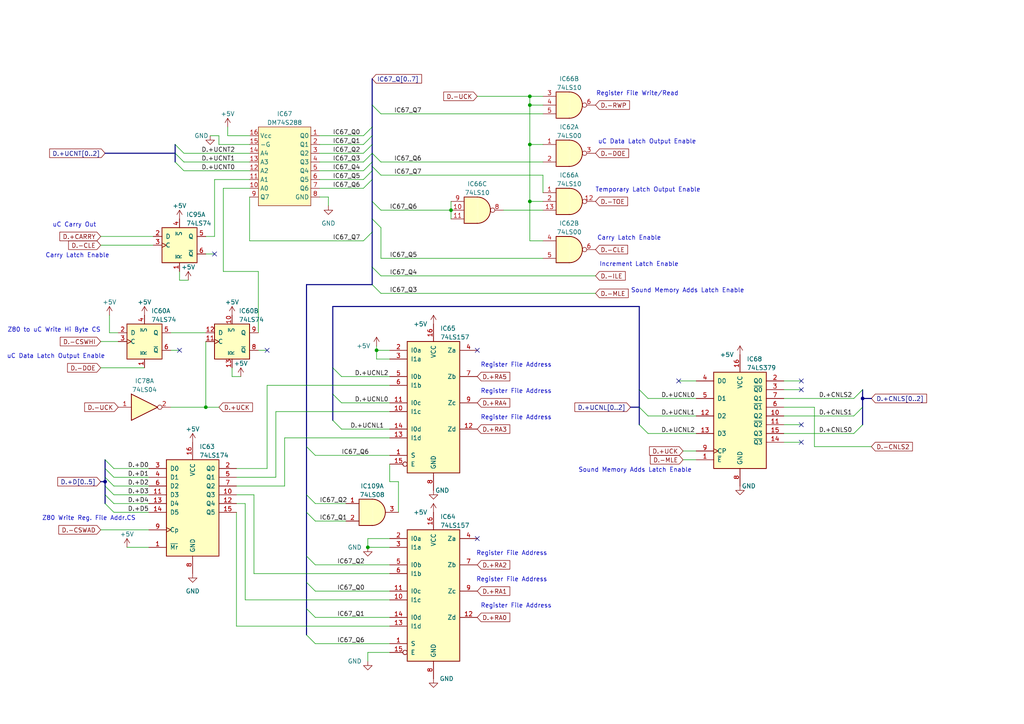
<source format=kicad_sch>
(kicad_sch (version 20230121) (generator eeschema)
  (paper "A4")
  (lib_symbols
    (symbol "74xx:74LS00" (pin_names (offset 1.016))
      (property "Reference" "U" (at 0 1.27 0))
      (property "Value" "74LS00" (at 0 -1.27 0))
      (symbol "74LS00_1_1"
        (arc (start 0 -3.81) (mid 3.7934 0) (end 0 3.81) (stroke (width 0.254)) (fill (type background)))
        (polyline (pts (xy 0 3.81) (xy -3.81 3.81) (xy -3.81 -3.81) (xy 0 -3.81)) (stroke (width 0.254)) (fill (type background)))
        (pin input line (at -7.62 2.54 0) (length 3.81) (name "~") (number "1"))
        (pin input line (at -7.62 -2.54 0) (length 3.81) (name "~") (number "2"))
        (pin output inverted (at 7.62 0 180) (length 3.81) (name "~") (number "3"))
      )
      (symbol "74LS00_1_2"
        (arc (start -3.81 -3.81) (mid -2.589 0) (end -3.81 3.81) (stroke (width 0.254)))
        (arc (start -0.6096 -3.81) (mid 2.1842 -2.5851) (end 3.81 0) (stroke (width 0.254)) (fill (type background)))
        (polyline (pts (xy -3.81 -3.81) (xy -0.635 -3.81)) (stroke (width 0.254)) (fill (type background)))
        (polyline (pts (xy -3.81 3.81) (xy -0.635 3.81)) (stroke (width 0.254)) (fill (type background)))
        (polyline (pts (xy -0.635 3.81) (xy -3.81 3.81) (xy -3.81 3.81) (xy -3.556 3.4036) (xy -3.0226 2.2606) (xy -2.6924 1.0414) (xy -2.6162 -0.254) (xy -2.7686 -1.4986) (xy -3.175 -2.7178) (xy -3.81 -3.81) (xy -3.81 -3.81) (xy -0.635 -3.81)) (stroke (width -25.4)) (fill (type background)))
        (arc (start 3.81 0) (mid 2.1915 2.5936) (end -0.6096 3.81) (stroke (width 0.254)) (fill (type background)))
        (pin input inverted (at -7.62 2.54 0) (length 4.318) (name "~") (number "1"))
        (pin input inverted (at -7.62 -2.54 0) (length 4.318) (name "~") (number "2"))
        (pin output line (at 7.62 0 180) (length 3.81) (name "~") (number "3"))
      )
      (symbol "74LS00_2_1"
        (arc (start 0 -3.81) (mid 3.7934 0) (end 0 3.81) (stroke (width 0.254)) (fill (type background)))
        (polyline (pts (xy 0 3.81) (xy -3.81 3.81) (xy -3.81 -3.81) (xy 0 -3.81)) (stroke (width 0.254)) (fill (type background)))
        (pin input line (at -7.62 2.54 0) (length 3.81) (name "~") (number "4"))
        (pin input line (at -7.62 -2.54 0) (length 3.81) (name "~") (number "5"))
        (pin output inverted (at 7.62 0 180) (length 3.81) (name "~") (number "6"))
      )
      (symbol "74LS00_2_2"
        (arc (start -3.81 -3.81) (mid -2.589 0) (end -3.81 3.81) (stroke (width 0.254)))
        (arc (start -0.6096 -3.81) (mid 2.1842 -2.5851) (end 3.81 0) (stroke (width 0.254)) (fill (type background)))
        (polyline (pts (xy -3.81 -3.81) (xy -0.635 -3.81)) (stroke (width 0.254)) (fill (type background)))
        (polyline (pts (xy -3.81 3.81) (xy -0.635 3.81)) (stroke (width 0.254)) (fill (type background)))
        (polyline (pts (xy -0.635 3.81) (xy -3.81 3.81) (xy -3.81 3.81) (xy -3.556 3.4036) (xy -3.0226 2.2606) (xy -2.6924 1.0414) (xy -2.6162 -0.254) (xy -2.7686 -1.4986) (xy -3.175 -2.7178) (xy -3.81 -3.81) (xy -3.81 -3.81) (xy -0.635 -3.81)) (stroke (width -25.4)) (fill (type background)))
        (arc (start 3.81 0) (mid 2.1915 2.5936) (end -0.6096 3.81) (stroke (width 0.254)) (fill (type background)))
        (pin input inverted (at -7.62 2.54 0) (length 4.318) (name "~") (number "4"))
        (pin input inverted (at -7.62 -2.54 0) (length 4.318) (name "~") (number "5"))
        (pin output line (at 7.62 0 180) (length 3.81) (name "~") (number "6"))
      )
      (symbol "74LS00_3_1"
        (arc (start 0 -3.81) (mid 3.7934 0) (end 0 3.81) (stroke (width 0.254)) (fill (type background)))
        (polyline (pts (xy 0 3.81) (xy -3.81 3.81) (xy -3.81 -3.81) (xy 0 -3.81)) (stroke (width 0.254)) (fill (type background)))
        (pin input line (at -7.62 -2.54 0) (length 3.81) (name "~") (number "10"))
        (pin output inverted (at 7.62 0 180) (length 3.81) (name "~") (number "8"))
        (pin input line (at -7.62 2.54 0) (length 3.81) (name "~") (number "9"))
      )
      (symbol "74LS00_3_2"
        (arc (start -3.81 -3.81) (mid -2.589 0) (end -3.81 3.81) (stroke (width 0.254)))
        (arc (start -0.6096 -3.81) (mid 2.1842 -2.5851) (end 3.81 0) (stroke (width 0.254)) (fill (type background)))
        (polyline (pts (xy -3.81 -3.81) (xy -0.635 -3.81)) (stroke (width 0.254)) (fill (type background)))
        (polyline (pts (xy -3.81 3.81) (xy -0.635 3.81)) (stroke (width 0.254)) (fill (type background)))
        (polyline (pts (xy -0.635 3.81) (xy -3.81 3.81) (xy -3.81 3.81) (xy -3.556 3.4036) (xy -3.0226 2.2606) (xy -2.6924 1.0414) (xy -2.6162 -0.254) (xy -2.7686 -1.4986) (xy -3.175 -2.7178) (xy -3.81 -3.81) (xy -3.81 -3.81) (xy -0.635 -3.81)) (stroke (width -25.4)) (fill (type background)))
        (arc (start 3.81 0) (mid 2.1915 2.5936) (end -0.6096 3.81) (stroke (width 0.254)) (fill (type background)))
        (pin input inverted (at -7.62 -2.54 0) (length 4.318) (name "~") (number "10"))
        (pin output line (at 7.62 0 180) (length 3.81) (name "~") (number "8"))
        (pin input inverted (at -7.62 2.54 0) (length 4.318) (name "~") (number "9"))
      )
      (symbol "74LS00_4_1"
        (arc (start 0 -3.81) (mid 3.7934 0) (end 0 3.81) (stroke (width 0.254)) (fill (type background)))
        (polyline (pts (xy 0 3.81) (xy -3.81 3.81) (xy -3.81 -3.81) (xy 0 -3.81)) (stroke (width 0.254)) (fill (type background)))
        (pin output inverted (at 7.62 0 180) (length 3.81) (name "~") (number "11"))
        (pin input line (at -7.62 2.54 0) (length 3.81) (name "~") (number "12"))
        (pin input line (at -7.62 -2.54 0) (length 3.81) (name "~") (number "13"))
      )
      (symbol "74LS00_4_2"
        (arc (start -3.81 -3.81) (mid -2.589 0) (end -3.81 3.81) (stroke (width 0.254)))
        (arc (start -0.6096 -3.81) (mid 2.1842 -2.5851) (end 3.81 0) (stroke (width 0.254)) (fill (type background)))
        (polyline (pts (xy -3.81 -3.81) (xy -0.635 -3.81)) (stroke (width 0.254)) (fill (type background)))
        (polyline (pts (xy -3.81 3.81) (xy -0.635 3.81)) (stroke (width 0.254)) (fill (type background)))
        (polyline (pts (xy -0.635 3.81) (xy -3.81 3.81) (xy -3.81 3.81) (xy -3.556 3.4036) (xy -3.0226 2.2606) (xy -2.6924 1.0414) (xy -2.6162 -0.254) (xy -2.7686 -1.4986) (xy -3.175 -2.7178) (xy -3.81 -3.81) (xy -3.81 -3.81) (xy -0.635 -3.81)) (stroke (width -25.4)) (fill (type background)))
        (arc (start 3.81 0) (mid 2.1915 2.5936) (end -0.6096 3.81) (stroke (width 0.254)) (fill (type background)))
        (pin output line (at 7.62 0 180) (length 3.81) (name "~") (number "11"))
        (pin input inverted (at -7.62 2.54 0) (length 4.318) (name "~") (number "12"))
        (pin input inverted (at -7.62 -2.54 0) (length 4.318) (name "~") (number "13"))
      )
      (symbol "74LS00_5_0"
        (pin power_in line (at 0 12.7 270) (length 5.08) (name "VCC") (number "14"))
        (pin power_in line (at 0 -12.7 90) (length 5.08) (name "GND") (number "7"))
      )
      (symbol "74LS00_5_1"
        (rectangle (start -5.08 7.62) (end 5.08 -7.62) (stroke (width 0.254)) (fill (type background)))
      )
    )
    (symbol "74xx:74LS04"
      (property "Reference" "U" (at 0 1.27 0))
      (property "Value" "74LS04" (at 0 -1.27 0))
      (symbol "74LS04_1_0"
        (polyline (pts (xy -3.81 3.81) (xy -3.81 -3.81) (xy 3.81 0) (xy -3.81 3.81)) (stroke (width 0.254)) (fill (type background)))
        (pin input line (at -7.62 0 0) (length 3.81) (name "~") (number "1"))
        (pin output inverted (at 7.62 0 180) (length 3.81) (name "~") (number "2"))
      )
      (symbol "74LS04_2_0"
        (polyline (pts (xy -3.81 3.81) (xy -3.81 -3.81) (xy 3.81 0) (xy -3.81 3.81)) (stroke (width 0.254)) (fill (type background)))
        (pin input line (at -7.62 0 0) (length 3.81) (name "~") (number "3"))
        (pin output inverted (at 7.62 0 180) (length 3.81) (name "~") (number "4"))
      )
      (symbol "74LS04_3_0"
        (polyline (pts (xy -3.81 3.81) (xy -3.81 -3.81) (xy 3.81 0) (xy -3.81 3.81)) (stroke (width 0.254)) (fill (type background)))
        (pin input line (at -7.62 0 0) (length 3.81) (name "~") (number "5"))
        (pin output inverted (at 7.62 0 180) (length 3.81) (name "~") (number "6"))
      )
      (symbol "74LS04_4_0"
        (polyline (pts (xy -3.81 3.81) (xy -3.81 -3.81) (xy 3.81 0) (xy -3.81 3.81)) (stroke (width 0.254)) (fill (type background)))
        (pin output inverted (at 7.62 0 180) (length 3.81) (name "~") (number "8"))
        (pin input line (at -7.62 0 0) (length 3.81) (name "~") (number "9"))
      )
      (symbol "74LS04_5_0"
        (polyline (pts (xy -3.81 3.81) (xy -3.81 -3.81) (xy 3.81 0) (xy -3.81 3.81)) (stroke (width 0.254)) (fill (type background)))
        (pin output inverted (at 7.62 0 180) (length 3.81) (name "~") (number "10"))
        (pin input line (at -7.62 0 0) (length 3.81) (name "~") (number "11"))
      )
      (symbol "74LS04_6_0"
        (polyline (pts (xy -3.81 3.81) (xy -3.81 -3.81) (xy 3.81 0) (xy -3.81 3.81)) (stroke (width 0.254)) (fill (type background)))
        (pin output inverted (at 7.62 0 180) (length 3.81) (name "~") (number "12"))
        (pin input line (at -7.62 0 0) (length 3.81) (name "~") (number "13"))
      )
      (symbol "74LS04_7_0"
        (pin power_in line (at 0 12.7 270) (length 5.08) (name "VCC") (number "14"))
        (pin power_in line (at 0 -12.7 90) (length 5.08) (name "GND") (number "7"))
      )
      (symbol "74LS04_7_1"
        (rectangle (start -5.08 7.62) (end 5.08 -7.62) (stroke (width 0.254)) (fill (type background)))
      )
    )
    (symbol "74xx:74LS08" (pin_names (offset 1.016))
      (property "Reference" "U" (at 0 1.27 0))
      (property "Value" "74LS08" (at 0 -1.27 0))
      (symbol "74LS08_1_1"
        (arc (start 0 -3.81) (mid 3.7934 0) (end 0 3.81) (stroke (width 0.254)) (fill (type background)))
        (polyline (pts (xy 0 3.81) (xy -3.81 3.81) (xy -3.81 -3.81) (xy 0 -3.81)) (stroke (width 0.254)) (fill (type background)))
        (pin input line (at -7.62 2.54 0) (length 3.81) (name "~") (number "1"))
        (pin input line (at -7.62 -2.54 0) (length 3.81) (name "~") (number "2"))
        (pin output line (at 7.62 0 180) (length 3.81) (name "~") (number "3"))
      )
      (symbol "74LS08_1_2"
        (arc (start -3.81 -3.81) (mid -2.589 0) (end -3.81 3.81) (stroke (width 0.254)))
        (arc (start -0.6096 -3.81) (mid 2.1842 -2.5851) (end 3.81 0) (stroke (width 0.254)) (fill (type background)))
        (polyline (pts (xy -3.81 -3.81) (xy -0.635 -3.81)) (stroke (width 0.254)) (fill (type background)))
        (polyline (pts (xy -3.81 3.81) (xy -0.635 3.81)) (stroke (width 0.254)) (fill (type background)))
        (polyline (pts (xy -0.635 3.81) (xy -3.81 3.81) (xy -3.81 3.81) (xy -3.556 3.4036) (xy -3.0226 2.2606) (xy -2.6924 1.0414) (xy -2.6162 -0.254) (xy -2.7686 -1.4986) (xy -3.175 -2.7178) (xy -3.81 -3.81) (xy -3.81 -3.81) (xy -0.635 -3.81)) (stroke (width -25.4)) (fill (type background)))
        (arc (start 3.81 0) (mid 2.1915 2.5936) (end -0.6096 3.81) (stroke (width 0.254)) (fill (type background)))
        (pin input inverted (at -7.62 2.54 0) (length 4.318) (name "~") (number "1"))
        (pin input inverted (at -7.62 -2.54 0) (length 4.318) (name "~") (number "2"))
        (pin output inverted (at 7.62 0 180) (length 3.81) (name "~") (number "3"))
      )
      (symbol "74LS08_2_1"
        (arc (start 0 -3.81) (mid 3.7934 0) (end 0 3.81) (stroke (width 0.254)) (fill (type background)))
        (polyline (pts (xy 0 3.81) (xy -3.81 3.81) (xy -3.81 -3.81) (xy 0 -3.81)) (stroke (width 0.254)) (fill (type background)))
        (pin input line (at -7.62 2.54 0) (length 3.81) (name "~") (number "4"))
        (pin input line (at -7.62 -2.54 0) (length 3.81) (name "~") (number "5"))
        (pin output line (at 7.62 0 180) (length 3.81) (name "~") (number "6"))
      )
      (symbol "74LS08_2_2"
        (arc (start -3.81 -3.81) (mid -2.589 0) (end -3.81 3.81) (stroke (width 0.254)))
        (arc (start -0.6096 -3.81) (mid 2.1842 -2.5851) (end 3.81 0) (stroke (width 0.254)) (fill (type background)))
        (polyline (pts (xy -3.81 -3.81) (xy -0.635 -3.81)) (stroke (width 0.254)) (fill (type background)))
        (polyline (pts (xy -3.81 3.81) (xy -0.635 3.81)) (stroke (width 0.254)) (fill (type background)))
        (polyline (pts (xy -0.635 3.81) (xy -3.81 3.81) (xy -3.81 3.81) (xy -3.556 3.4036) (xy -3.0226 2.2606) (xy -2.6924 1.0414) (xy -2.6162 -0.254) (xy -2.7686 -1.4986) (xy -3.175 -2.7178) (xy -3.81 -3.81) (xy -3.81 -3.81) (xy -0.635 -3.81)) (stroke (width -25.4)) (fill (type background)))
        (arc (start 3.81 0) (mid 2.1915 2.5936) (end -0.6096 3.81) (stroke (width 0.254)) (fill (type background)))
        (pin input inverted (at -7.62 2.54 0) (length 4.318) (name "~") (number "4"))
        (pin input inverted (at -7.62 -2.54 0) (length 4.318) (name "~") (number "5"))
        (pin output inverted (at 7.62 0 180) (length 3.81) (name "~") (number "6"))
      )
      (symbol "74LS08_3_1"
        (arc (start 0 -3.81) (mid 3.7934 0) (end 0 3.81) (stroke (width 0.254)) (fill (type background)))
        (polyline (pts (xy 0 3.81) (xy -3.81 3.81) (xy -3.81 -3.81) (xy 0 -3.81)) (stroke (width 0.254)) (fill (type background)))
        (pin input line (at -7.62 -2.54 0) (length 3.81) (name "~") (number "10"))
        (pin output line (at 7.62 0 180) (length 3.81) (name "~") (number "8"))
        (pin input line (at -7.62 2.54 0) (length 3.81) (name "~") (number "9"))
      )
      (symbol "74LS08_3_2"
        (arc (start -3.81 -3.81) (mid -2.589 0) (end -3.81 3.81) (stroke (width 0.254)))
        (arc (start -0.6096 -3.81) (mid 2.1842 -2.5851) (end 3.81 0) (stroke (width 0.254)) (fill (type background)))
        (polyline (pts (xy -3.81 -3.81) (xy -0.635 -3.81)) (stroke (width 0.254)) (fill (type background)))
        (polyline (pts (xy -3.81 3.81) (xy -0.635 3.81)) (stroke (width 0.254)) (fill (type background)))
        (polyline (pts (xy -0.635 3.81) (xy -3.81 3.81) (xy -3.81 3.81) (xy -3.556 3.4036) (xy -3.0226 2.2606) (xy -2.6924 1.0414) (xy -2.6162 -0.254) (xy -2.7686 -1.4986) (xy -3.175 -2.7178) (xy -3.81 -3.81) (xy -3.81 -3.81) (xy -0.635 -3.81)) (stroke (width -25.4)) (fill (type background)))
        (arc (start 3.81 0) (mid 2.1915 2.5936) (end -0.6096 3.81) (stroke (width 0.254)) (fill (type background)))
        (pin input inverted (at -7.62 -2.54 0) (length 4.318) (name "~") (number "10"))
        (pin output inverted (at 7.62 0 180) (length 3.81) (name "~") (number "8"))
        (pin input inverted (at -7.62 2.54 0) (length 4.318) (name "~") (number "9"))
      )
      (symbol "74LS08_4_1"
        (arc (start 0 -3.81) (mid 3.7934 0) (end 0 3.81) (stroke (width 0.254)) (fill (type background)))
        (polyline (pts (xy 0 3.81) (xy -3.81 3.81) (xy -3.81 -3.81) (xy 0 -3.81)) (stroke (width 0.254)) (fill (type background)))
        (pin output line (at 7.62 0 180) (length 3.81) (name "~") (number "11"))
        (pin input line (at -7.62 2.54 0) (length 3.81) (name "~") (number "12"))
        (pin input line (at -7.62 -2.54 0) (length 3.81) (name "~") (number "13"))
      )
      (symbol "74LS08_4_2"
        (arc (start -3.81 -3.81) (mid -2.589 0) (end -3.81 3.81) (stroke (width 0.254)))
        (arc (start -0.6096 -3.81) (mid 2.1842 -2.5851) (end 3.81 0) (stroke (width 0.254)) (fill (type background)))
        (polyline (pts (xy -3.81 -3.81) (xy -0.635 -3.81)) (stroke (width 0.254)) (fill (type background)))
        (polyline (pts (xy -3.81 3.81) (xy -0.635 3.81)) (stroke (width 0.254)) (fill (type background)))
        (polyline (pts (xy -0.635 3.81) (xy -3.81 3.81) (xy -3.81 3.81) (xy -3.556 3.4036) (xy -3.0226 2.2606) (xy -2.6924 1.0414) (xy -2.6162 -0.254) (xy -2.7686 -1.4986) (xy -3.175 -2.7178) (xy -3.81 -3.81) (xy -3.81 -3.81) (xy -0.635 -3.81)) (stroke (width -25.4)) (fill (type background)))
        (arc (start 3.81 0) (mid 2.1915 2.5936) (end -0.6096 3.81) (stroke (width 0.254)) (fill (type background)))
        (pin output inverted (at 7.62 0 180) (length 3.81) (name "~") (number "11"))
        (pin input inverted (at -7.62 2.54 0) (length 4.318) (name "~") (number "12"))
        (pin input inverted (at -7.62 -2.54 0) (length 4.318) (name "~") (number "13"))
      )
      (symbol "74LS08_5_0"
        (pin power_in line (at 0 12.7 270) (length 5.08) (name "VCC") (number "14"))
        (pin power_in line (at 0 -12.7 90) (length 5.08) (name "GND") (number "7"))
      )
      (symbol "74LS08_5_1"
        (rectangle (start -5.08 7.62) (end 5.08 -7.62) (stroke (width 0.254)) (fill (type background)))
      )
    )
    (symbol "74xx:74LS10" (pin_names (offset 1.016))
      (property "Reference" "U" (at 0 1.27 0))
      (property "Value" "74LS10" (at 0 -1.27 0))
      (symbol "74LS10_1_1"
        (arc (start 0 -3.81) (mid 3.7934 0) (end 0 3.81) (stroke (width 0.254)) (fill (type background)))
        (polyline (pts (xy 0 3.81) (xy -3.81 3.81) (xy -3.81 -3.81) (xy 0 -3.81)) (stroke (width 0.254)) (fill (type background)))
        (pin input line (at -7.62 2.54 0) (length 3.81) (name "~") (number "1"))
        (pin output inverted (at 7.62 0 180) (length 3.81) (name "~") (number "12"))
        (pin input line (at -7.62 -2.54 0) (length 3.81) (name "~") (number "13"))
        (pin input line (at -7.62 0 0) (length 3.81) (name "~") (number "2"))
      )
      (symbol "74LS10_1_2"
        (arc (start -3.81 -3.81) (mid -2.589 0) (end -3.81 3.81) (stroke (width 0.254)))
        (arc (start -0.6096 -3.81) (mid 2.1842 -2.5851) (end 3.81 0) (stroke (width 0.254)) (fill (type background)))
        (polyline (pts (xy -3.81 -3.81) (xy -0.635 -3.81)) (stroke (width 0.254)) (fill (type background)))
        (polyline (pts (xy -3.81 3.81) (xy -0.635 3.81)) (stroke (width 0.254)) (fill (type background)))
        (polyline (pts (xy -0.635 3.81) (xy -3.81 3.81) (xy -3.81 3.81) (xy -3.556 3.4036) (xy -3.0226 2.2606) (xy -2.6924 1.0414) (xy -2.6162 -0.254) (xy -2.7686 -1.4986) (xy -3.175 -2.7178) (xy -3.81 -3.81) (xy -3.81 -3.81) (xy -0.635 -3.81)) (stroke (width -25.4)) (fill (type background)))
        (arc (start 3.81 0) (mid 2.1915 2.5936) (end -0.6096 3.81) (stroke (width 0.254)) (fill (type background)))
        (pin input inverted (at -7.62 2.54 0) (length 4.318) (name "~") (number "1"))
        (pin output line (at 7.62 0 180) (length 3.81) (name "~") (number "12"))
        (pin input inverted (at -7.62 -2.54 0) (length 4.318) (name "~") (number "13"))
        (pin input inverted (at -7.62 0 0) (length 4.953) (name "~") (number "2"))
      )
      (symbol "74LS10_2_1"
        (arc (start 0 -3.81) (mid 3.7934 0) (end 0 3.81) (stroke (width 0.254)) (fill (type background)))
        (polyline (pts (xy 0 3.81) (xy -3.81 3.81) (xy -3.81 -3.81) (xy 0 -3.81)) (stroke (width 0.254)) (fill (type background)))
        (pin input line (at -7.62 2.54 0) (length 3.81) (name "~") (number "3"))
        (pin input line (at -7.62 0 0) (length 3.81) (name "~") (number "4"))
        (pin input line (at -7.62 -2.54 0) (length 3.81) (name "~") (number "5"))
        (pin output inverted (at 7.62 0 180) (length 3.81) (name "~") (number "6"))
      )
      (symbol "74LS10_2_2"
        (arc (start -3.81 -3.81) (mid -2.589 0) (end -3.81 3.81) (stroke (width 0.254)))
        (arc (start -0.6096 -3.81) (mid 2.1842 -2.5851) (end 3.81 0) (stroke (width 0.254)) (fill (type background)))
        (polyline (pts (xy -3.81 -3.81) (xy -0.635 -3.81)) (stroke (width 0.254)) (fill (type background)))
        (polyline (pts (xy -3.81 3.81) (xy -0.635 3.81)) (stroke (width 0.254)) (fill (type background)))
        (polyline (pts (xy -0.635 3.81) (xy -3.81 3.81) (xy -3.81 3.81) (xy -3.556 3.4036) (xy -3.0226 2.2606) (xy -2.6924 1.0414) (xy -2.6162 -0.254) (xy -2.7686 -1.4986) (xy -3.175 -2.7178) (xy -3.81 -3.81) (xy -3.81 -3.81) (xy -0.635 -3.81)) (stroke (width -25.4)) (fill (type background)))
        (arc (start 3.81 0) (mid 2.1915 2.5936) (end -0.6096 3.81) (stroke (width 0.254)) (fill (type background)))
        (pin input inverted (at -7.62 2.54 0) (length 4.318) (name "~") (number "3"))
        (pin input inverted (at -7.62 0 0) (length 4.953) (name "~") (number "4"))
        (pin input inverted (at -7.62 -2.54 0) (length 4.318) (name "~") (number "5"))
        (pin output line (at 7.62 0 180) (length 3.81) (name "~") (number "6"))
      )
      (symbol "74LS10_3_1"
        (arc (start 0 -3.81) (mid 3.7934 0) (end 0 3.81) (stroke (width 0.254)) (fill (type background)))
        (polyline (pts (xy 0 3.81) (xy -3.81 3.81) (xy -3.81 -3.81) (xy 0 -3.81)) (stroke (width 0.254)) (fill (type background)))
        (pin input line (at -7.62 0 0) (length 3.81) (name "~") (number "10"))
        (pin input line (at -7.62 -2.54 0) (length 3.81) (name "~") (number "11"))
        (pin output inverted (at 7.62 0 180) (length 3.81) (name "~") (number "8"))
        (pin input line (at -7.62 2.54 0) (length 3.81) (name "~") (number "9"))
      )
      (symbol "74LS10_3_2"
        (arc (start -3.81 -3.81) (mid -2.589 0) (end -3.81 3.81) (stroke (width 0.254)))
        (arc (start -0.6096 -3.81) (mid 2.1842 -2.5851) (end 3.81 0) (stroke (width 0.254)) (fill (type background)))
        (polyline (pts (xy -3.81 -3.81) (xy -0.635 -3.81)) (stroke (width 0.254)) (fill (type background)))
        (polyline (pts (xy -3.81 3.81) (xy -0.635 3.81)) (stroke (width 0.254)) (fill (type background)))
        (polyline (pts (xy -0.635 3.81) (xy -3.81 3.81) (xy -3.81 3.81) (xy -3.556 3.4036) (xy -3.0226 2.2606) (xy -2.6924 1.0414) (xy -2.6162 -0.254) (xy -2.7686 -1.4986) (xy -3.175 -2.7178) (xy -3.81 -3.81) (xy -3.81 -3.81) (xy -0.635 -3.81)) (stroke (width -25.4)) (fill (type background)))
        (arc (start 3.81 0) (mid 2.1915 2.5936) (end -0.6096 3.81) (stroke (width 0.254)) (fill (type background)))
        (pin input inverted (at -7.62 0 0) (length 4.953) (name "~") (number "10"))
        (pin input inverted (at -7.62 -2.54 0) (length 4.318) (name "~") (number "11"))
        (pin output line (at 7.62 0 180) (length 3.81) (name "~") (number "8"))
        (pin input inverted (at -7.62 2.54 0) (length 4.318) (name "~") (number "9"))
      )
      (symbol "74LS10_4_0"
        (pin power_in line (at 0 12.7 270) (length 5.08) (name "VCC") (number "14"))
        (pin power_in line (at 0 -12.7 90) (length 5.08) (name "GND") (number "7"))
      )
      (symbol "74LS10_4_1"
        (rectangle (start -5.08 7.62) (end 5.08 -7.62) (stroke (width 0.254)) (fill (type background)))
      )
    )
    (symbol "74xx:74LS157" (pin_names (offset 1.016))
      (property "Reference" "U" (at -7.62 19.05 0))
      (property "Value" "74LS157" (at -7.62 -21.59 0))
      (symbol "74LS157_1_0"
        (pin input line (at -12.7 -15.24 0) (length 5.08) (name "S") (number "1"))
        (pin input line (at -12.7 -2.54 0) (length 5.08) (name "I1c") (number "10"))
        (pin input line (at -12.7 0 0) (length 5.08) (name "I0c") (number "11"))
        (pin output line (at 12.7 -7.62 180) (length 5.08) (name "Zd") (number "12"))
        (pin input line (at -12.7 -10.16 0) (length 5.08) (name "I1d") (number "13"))
        (pin input line (at -12.7 -7.62 0) (length 5.08) (name "I0d") (number "14"))
        (pin input inverted (at -12.7 -17.78 0) (length 5.08) (name "E") (number "15"))
        (pin power_in line (at 0 22.86 270) (length 5.08) (name "VCC") (number "16"))
        (pin input line (at -12.7 15.24 0) (length 5.08) (name "I0a") (number "2"))
        (pin input line (at -12.7 12.7 0) (length 5.08) (name "I1a") (number "3"))
        (pin output line (at 12.7 15.24 180) (length 5.08) (name "Za") (number "4"))
        (pin input line (at -12.7 7.62 0) (length 5.08) (name "I0b") (number "5"))
        (pin input line (at -12.7 5.08 0) (length 5.08) (name "I1b") (number "6"))
        (pin output line (at 12.7 7.62 180) (length 5.08) (name "Zb") (number "7"))
        (pin power_in line (at 0 -25.4 90) (length 5.08) (name "GND") (number "8"))
        (pin output line (at 12.7 0 180) (length 5.08) (name "Zc") (number "9"))
      )
      (symbol "74LS157_1_1"
        (rectangle (start -7.62 17.78) (end 7.62 -20.32) (stroke (width 0.254)) (fill (type background)))
      )
    )
    (symbol "74xx:74LS174" (pin_names (offset 1.016))
      (property "Reference" "U" (at -7.62 13.97 0))
      (property "Value" "74LS174" (at -7.62 -16.51 0))
      (symbol "74LS174_1_0"
        (pin input line (at -12.7 -12.7 0) (length 5.08) (name "~{Mr}") (number "1"))
        (pin output line (at 12.7 2.54 180) (length 5.08) (name "Q3") (number "10"))
        (pin input line (at -12.7 2.54 0) (length 5.08) (name "D3") (number "11"))
        (pin output line (at 12.7 0 180) (length 5.08) (name "Q4") (number "12"))
        (pin input line (at -12.7 0 0) (length 5.08) (name "D4") (number "13"))
        (pin input line (at -12.7 -2.54 0) (length 5.08) (name "D5") (number "14"))
        (pin output line (at 12.7 -2.54 180) (length 5.08) (name "Q5") (number "15"))
        (pin power_in line (at 0 17.78 270) (length 5.08) (name "VCC") (number "16"))
        (pin output line (at 12.7 10.16 180) (length 5.08) (name "Q0") (number "2"))
        (pin input line (at -12.7 10.16 0) (length 5.08) (name "D0") (number "3"))
        (pin input line (at -12.7 7.62 0) (length 5.08) (name "D1") (number "4"))
        (pin output line (at 12.7 7.62 180) (length 5.08) (name "Q1") (number "5"))
        (pin input line (at -12.7 5.08 0) (length 5.08) (name "D2") (number "6"))
        (pin output line (at 12.7 5.08 180) (length 5.08) (name "Q2") (number "7"))
        (pin power_in line (at 0 -20.32 90) (length 5.08) (name "GND") (number "8"))
        (pin input clock (at -12.7 -7.62 0) (length 5.08) (name "Cp") (number "9"))
      )
      (symbol "74LS174_1_1"
        (rectangle (start -7.62 12.7) (end 7.62 -15.24) (stroke (width 0.254)) (fill (type background)))
      )
    )
    (symbol "74xx:74LS379" (pin_names (offset 1.016))
      (property "Reference" "U" (at -7.62 13.97 0))
      (property "Value" "74LS379" (at -7.62 -16.51 0))
      (symbol "74LS379_1_0"
        (pin input line (at -12.7 -12.7 0) (length 5.08) (name "~{E}") (number "1"))
        (pin output line (at 12.7 0 180) (length 5.08) (name "Q2") (number "10"))
        (pin output line (at 12.7 -2.54 180) (length 5.08) (name "~{Q2}") (number "11"))
        (pin input line (at -12.7 0 0) (length 5.08) (name "D2") (number "12"))
        (pin input line (at -12.7 -5.08 0) (length 5.08) (name "D3") (number "13"))
        (pin output line (at 12.7 -7.62 180) (length 5.08) (name "~{Q3}") (number "14"))
        (pin output line (at 12.7 -5.08 180) (length 5.08) (name "Q3") (number "15"))
        (pin power_in line (at 0 17.78 270) (length 5.08) (name "VCC") (number "16"))
        (pin output line (at 12.7 10.16 180) (length 5.08) (name "Q0") (number "2"))
        (pin output line (at 12.7 7.62 180) (length 5.08) (name "~{Q0}") (number "3"))
        (pin input line (at -12.7 10.16 0) (length 5.08) (name "D0") (number "4"))
        (pin input line (at -12.7 5.08 0) (length 5.08) (name "D1") (number "5"))
        (pin output line (at 12.7 2.54 180) (length 5.08) (name "~{Q1}") (number "6"))
        (pin output line (at 12.7 5.08 180) (length 5.08) (name "Q1") (number "7"))
        (pin power_in line (at 0 -20.32 90) (length 5.08) (name "GND") (number "8"))
        (pin input clock (at -12.7 -10.16 0) (length 5.08) (name "CP") (number "9"))
      )
      (symbol "74LS379_1_1"
        (rectangle (start -7.62 12.7) (end 7.62 -15.24) (stroke (width 0.254)) (fill (type background)))
      )
    )
    (symbol "74xx:74LS74" (pin_names (offset 1.016))
      (property "Reference" "U" (at -7.62 8.89 0))
      (property "Value" "74LS74" (at -7.62 -8.89 0))
      (symbol "74LS74_1_0"
        (pin input line (at 0 -7.62 90) (length 2.54) (name "~{R}") (number "1"))
        (pin input line (at -7.62 2.54 0) (length 2.54) (name "D") (number "2"))
        (pin input clock (at -7.62 0 0) (length 2.54) (name "C") (number "3"))
        (pin input line (at 0 7.62 270) (length 2.54) (name "~{S}") (number "4"))
        (pin output line (at 7.62 2.54 180) (length 2.54) (name "Q") (number "5"))
        (pin output line (at 7.62 -2.54 180) (length 2.54) (name "~{Q}") (number "6"))
      )
      (symbol "74LS74_1_1"
        (rectangle (start -5.08 5.08) (end 5.08 -5.08) (stroke (width 0.254)) (fill (type background)))
      )
      (symbol "74LS74_2_0"
        (pin input line (at 0 7.62 270) (length 2.54) (name "~{S}") (number "10"))
        (pin input clock (at -7.62 0 0) (length 2.54) (name "C") (number "11"))
        (pin input line (at -7.62 2.54 0) (length 2.54) (name "D") (number "12"))
        (pin input line (at 0 -7.62 90) (length 2.54) (name "~{R}") (number "13"))
        (pin output line (at 7.62 -2.54 180) (length 2.54) (name "~{Q}") (number "8"))
        (pin output line (at 7.62 2.54 180) (length 2.54) (name "Q") (number "9"))
      )
      (symbol "74LS74_2_1"
        (rectangle (start -5.08 5.08) (end 5.08 -5.08) (stroke (width 0.254)) (fill (type background)))
      )
      (symbol "74LS74_3_0"
        (pin power_in line (at 0 10.16 270) (length 2.54) (name "VCC") (number "14"))
        (pin power_in line (at 0 -10.16 90) (length 2.54) (name "GND") (number "7"))
      )
      (symbol "74LS74_3_1"
        (rectangle (start -5.08 7.62) (end 5.08 -7.62) (stroke (width 0.254)) (fill (type background)))
      )
    )
    (symbol "SamacSys_Parts:DM74S288"
      (property "Reference" "IC" (at -3.81 2.54 0))
      (property "Value" "DM74S288" (at 0 0 0))
      (symbol "DM74S288_1_1"
        (rectangle (start -7.62 -2.54) (end 7.62 -25.4) (fill (type background)))
        (pin output line (at -10.16 -5.08 0) (length 2.54) (name "Q0") (number "1"))
        (pin input line (at 10.16 -20.32 180) (length 2.54) (name "A0") (number "10"))
        (pin input line (at 10.16 -17.78 180) (length 2.54) (name "A1") (number "11"))
        (pin input line (at 10.16 -15.24 180) (length 2.54) (name "A2") (number "12"))
        (pin input line (at 10.16 -12.7 180) (length 2.54) (name "A3") (number "13"))
        (pin input line (at 10.16 -10.16 180) (length 2.54) (name "A4") (number "14"))
        (pin input line (at 10.16 -7.62 180) (length 2.54) (name "-G") (number "15"))
        (pin power_in line (at 10.16 -5.08 180) (length 2.54) (name "Vcc") (number "16"))
        (pin output line (at -10.16 -7.62 0) (length 2.54) (name "Q1") (number "2"))
        (pin output line (at -10.16 -10.16 0) (length 2.54) (name "Q2") (number "3"))
        (pin output line (at -10.16 -12.7 0) (length 2.54) (name "Q3") (number "4"))
        (pin output line (at -10.16 -15.24 0) (length 2.54) (name "Q4") (number "5"))
        (pin output line (at -10.16 -17.78 0) (length 2.54) (name "Q5") (number "6"))
        (pin output line (at -10.16 -20.32 0) (length 2.54) (name "Q6") (number "7"))
        (pin power_in line (at -10.16 -22.86 0) (length 2.54) (name "GND") (number "8"))
        (pin output line (at 10.16 -22.86 180) (length 2.54) (name "Q7") (number "9"))
      )
    )
    (symbol "power:+5V" (power) (pin_names (offset 0))
      (property "Value" "+5V" (at 0 3.556 0))
      (symbol "+5V_0_1"
        (polyline (pts (xy -0.762 1.27) (xy 0 2.54)))
        (polyline (pts (xy 0 0) (xy 0 2.54)))
        (polyline (pts (xy 0 2.54) (xy 0.762 1.27)))
      )
      (symbol "+5V_1_1"
        (pin power_in line (at 0 0 90) (length 0) hide (name "+5V") (number "1"))
      )
    )
    (symbol "power:GND" (power) (pin_names (offset 0))
      (property "Value" "GND" (at 0 -3.81 0))
      (symbol "GND_0_1"
        (polyline (pts (xy 0 0) (xy 0 -1.27) (xy 1.27 -1.27) (xy 0 -2.54) (xy -1.27 -1.27) (xy 0 -1.27)))
      )
      (symbol "GND_1_1"
        (pin power_in line (at 0 0 270) (length 0) hide (name "GND") (number "1"))
      )
    )
  )
  (junction (at 106.68 158.75))
  (junction (at 250.19 115.57))
  (junction (at 153.67 58.42))
  (junction (at 153.67 27.94))
  (junction (at 109.22 101.6))
  (junction (at 153.67 30.48))
  (junction (at 130.81 60.96))
  (junction (at 30.48 139.7))
  (junction (at 59.69 118.11))
  (junction (at 153.67 41.91))
  (no_connect (at 62.23 73.66))
  (no_connect (at 232.41 123.19))
  (no_connect (at 196.85 110.49))
  (no_connect (at 138.43 101.6))
  (no_connect (at 232.41 128.27))
  (no_connect (at 232.41 110.49))
  (no_connect (at 77.47 101.6))
  (no_connect (at 52.07 101.6))
  (no_connect (at 138.43 156.21))
  (no_connect (at 232.41 113.03))
  (bus_entry (at 88.9 143.51) (size 2.54 2.54))
  (bus_entry (at 50.8 44.45) (size 2.54 2.54))
  (bus_entry (at 185.42 118.11) (size 2.54 2.54))
  (bus_entry (at 107.95 36.83) (size -2.54 2.54))
  (bus_entry (at 250.19 113.03) (size -2.54 2.54))
  (bus_entry (at 107.95 49.53) (size -2.54 2.54))
  (bus_entry (at 185.42 123.19) (size 2.54 2.54))
  (bus_entry (at 88.9 176.53) (size 2.54 2.54))
  (bus_entry (at 88.9 184.15) (size 2.54 2.54))
  (bus_entry (at 30.48 138.43) (size 2.54 2.54))
  (bus_entry (at 107.95 46.99) (size -2.54 2.54))
  (bus_entry (at 110.49 66.04) (size -2.54 -2.54))
  (bus_entry (at 88.9 148.59) (size 2.54 2.54))
  (bus_entry (at 50.8 46.99) (size 2.54 2.54))
  (bus_entry (at 96.52 106.68) (size 2.54 2.54))
  (bus_entry (at 96.52 121.92) (size 2.54 2.54))
  (bus_entry (at 107.95 67.31) (size -2.54 2.54))
  (bus_entry (at 50.8 41.91) (size 2.54 2.54))
  (bus_entry (at 107.95 77.47) (size 2.54 2.54))
  (bus_entry (at 110.49 60.96) (size -2.54 -2.54))
  (bus_entry (at 250.19 123.19) (size -2.54 2.54))
  (bus_entry (at 110.49 46.99) (size -2.54 -2.54))
  (bus_entry (at 96.52 114.3) (size 2.54 2.54))
  (bus_entry (at 30.48 133.35) (size 2.54 2.54))
  (bus_entry (at 185.42 113.03) (size 2.54 2.54))
  (bus_entry (at 88.9 168.91) (size 2.54 2.54))
  (bus_entry (at 30.48 135.89) (size 2.54 2.54))
  (bus_entry (at 107.95 82.55) (size 2.54 2.54))
  (bus_entry (at 107.95 41.91) (size -2.54 2.54))
  (bus_entry (at 107.95 39.37) (size -2.54 2.54))
  (bus_entry (at 88.9 161.29) (size 2.54 2.54))
  (bus_entry (at 88.9 129.54) (size 2.54 2.54))
  (bus_entry (at 107.95 44.45) (size -2.54 2.54))
  (bus_entry (at 30.48 140.97) (size 2.54 2.54))
  (bus_entry (at 107.95 48.26) (size 2.54 2.54))
  (bus_entry (at 107.95 52.07) (size -2.54 2.54))
  (bus_entry (at 30.48 143.51) (size 2.54 2.54))
  (bus_entry (at 250.19 118.11) (size -2.54 2.54))
  (bus_entry (at 107.95 30.48) (size 2.54 2.54))
  (bus_entry (at 30.48 146.05) (size 2.54 2.54))
  (wire (pts (xy 236.22 118.11) (xy 227.33 118.11)))
  (wire (pts (xy 252.73 129.54) (xy 236.22 129.54)))
  (wire (pts (xy 60.96 39.37) (xy 63.5 39.37)))
  (wire (pts (xy 64.77 54.61) (xy 72.39 54.61)))
  (wire (pts (xy 153.67 30.48) (xy 157.48 30.48)))
  (bus (pts (xy 250.19 118.11) (xy 250.19 123.19)))
  (wire (pts (xy 33.02 140.97) (xy 43.18 140.97)))
  (wire (pts (xy 71.12 146.05) (xy 68.58 146.05)))
  (wire (pts (xy 99.06 124.46) (xy 113.03 124.46)))
  (wire (pts (xy 113.03 139.7) (xy 113.03 134.62)))
  (wire (pts (xy 68.58 138.43) (xy 80.01 138.43)))
  (bus (pts (xy 88.9 148.59) (xy 88.9 161.29)))
  (bus (pts (xy 30.48 140.97) (xy 30.48 143.51)))
  (bus (pts (xy 30.48 133.35) (xy 30.48 135.89)))
  (wire (pts (xy 91.44 151.13) (xy 100.33 151.13)))
  (wire (pts (xy 82.55 127) (xy 113.03 127)))
  (bus (pts (xy 88.9 168.91) (xy 88.9 176.53)))
  (bus (pts (xy 96.52 88.9) (xy 96.52 106.68)))
  (wire (pts (xy 106.68 189.23) (xy 106.68 191.77)))
  (wire (pts (xy 227.33 125.73) (xy 247.65 125.73)))
  (wire (pts (xy 92.71 49.53) (xy 105.41 49.53)))
  (wire (pts (xy 95.25 57.15) (xy 95.25 59.69)))
  (wire (pts (xy 157.48 58.42) (xy 153.67 58.42)))
  (wire (pts (xy 227.33 110.49) (xy 232.41 110.49)))
  (bus (pts (xy 30.48 138.43) (xy 30.48 139.7)))
  (wire (pts (xy 91.44 163.83) (xy 113.03 163.83)))
  (wire (pts (xy 236.22 129.54) (xy 236.22 118.11)))
  (wire (pts (xy 64.77 54.61) (xy 64.77 78.74)))
  (wire (pts (xy 80.01 119.38) (xy 113.03 119.38)))
  (bus (pts (xy 107.95 46.99) (xy 107.95 48.26)))
  (wire (pts (xy 53.34 46.99) (xy 72.39 46.99)))
  (wire (pts (xy 53.34 49.53) (xy 72.39 49.53)))
  (wire (pts (xy 71.12 173.99) (xy 71.12 146.05)))
  (wire (pts (xy 157.48 69.85) (xy 153.67 69.85)))
  (wire (pts (xy 92.71 39.37) (xy 105.41 39.37)))
  (wire (pts (xy 59.69 118.11) (xy 63.5 118.11)))
  (bus (pts (xy 50.8 44.45) (xy 50.8 46.99)))
  (bus (pts (xy 107.95 63.5) (xy 107.95 67.31)))
  (wire (pts (xy 113.03 189.23) (xy 106.68 189.23)))
  (wire (pts (xy 91.44 146.05) (xy 100.33 146.05)))
  (wire (pts (xy 49.53 96.52) (xy 59.69 96.52)))
  (wire (pts (xy 109.22 101.6) (xy 113.03 101.6)))
  (wire (pts (xy 109.22 104.14) (xy 109.22 101.6)))
  (bus (pts (xy 252.73 115.57) (xy 250.19 115.57)))
  (bus (pts (xy 88.9 143.51) (xy 88.9 148.59)))
  (bus (pts (xy 107.95 36.83) (xy 107.95 39.37)))
  (bus (pts (xy 185.42 113.03) (xy 185.42 118.11)))
  (bus (pts (xy 30.48 143.51) (xy 30.48 146.05)))
  (wire (pts (xy 109.22 101.6) (xy 109.22 100.33)))
  (bus (pts (xy 29.21 139.7) (xy 30.48 139.7)))
  (wire (pts (xy 227.33 123.19) (xy 232.41 123.19)))
  (wire (pts (xy 113.03 156.21) (xy 106.68 156.21)))
  (bus (pts (xy 107.95 58.42) (xy 107.95 63.5)))
  (wire (pts (xy 110.49 85.09) (xy 172.72 85.09)))
  (wire (pts (xy 62.23 52.07) (xy 72.39 52.07)))
  (wire (pts (xy 33.02 148.59) (xy 43.18 148.59)))
  (wire (pts (xy 67.31 109.22) (xy 67.31 106.68)))
  (wire (pts (xy 115.57 139.7) (xy 113.03 139.7)))
  (bus (pts (xy 107.95 22.86) (xy 107.95 30.48)))
  (bus (pts (xy 185.42 88.9) (xy 96.52 88.9)))
  (bus (pts (xy 107.95 39.37) (xy 107.95 41.91)))
  (wire (pts (xy 63.5 41.91) (xy 72.39 41.91)))
  (wire (pts (xy 49.53 118.11) (xy 59.69 118.11)))
  (wire (pts (xy 49.53 101.6) (xy 52.07 101.6)))
  (wire (pts (xy 72.39 39.37) (xy 66.04 39.37)))
  (wire (pts (xy 146.05 60.96) (xy 157.48 60.96)))
  (bus (pts (xy 88.9 161.29) (xy 88.9 168.91)))
  (bus (pts (xy 30.48 135.89) (xy 30.48 138.43)))
  (bus (pts (xy 107.95 48.26) (xy 107.95 49.53)))
  (wire (pts (xy 198.12 130.81) (xy 201.93 130.81)))
  (bus (pts (xy 107.95 41.91) (xy 107.95 44.45)))
  (wire (pts (xy 187.96 125.73) (xy 201.93 125.73)))
  (wire (pts (xy 53.34 44.45) (xy 72.39 44.45)))
  (bus (pts (xy 107.95 67.31) (xy 107.95 77.47)))
  (wire (pts (xy 91.44 186.69) (xy 113.03 186.69)))
  (wire (pts (xy 227.33 113.03) (xy 232.41 113.03)))
  (wire (pts (xy 74.93 96.52) (xy 74.93 78.74)))
  (wire (pts (xy 52.07 81.28) (xy 52.07 78.74)))
  (wire (pts (xy 110.49 33.02) (xy 157.48 33.02)))
  (wire (pts (xy 130.81 60.96) (xy 130.81 63.5)))
  (wire (pts (xy 153.67 41.91) (xy 153.67 58.42)))
  (bus (pts (xy 107.95 52.07) (xy 107.95 58.42)))
  (wire (pts (xy 80.01 138.43) (xy 80.01 119.38)))
  (wire (pts (xy 92.71 46.99) (xy 105.41 46.99)))
  (wire (pts (xy 92.71 57.15) (xy 95.25 57.15)))
  (bus (pts (xy 30.48 139.7) (xy 30.48 140.97)))
  (wire (pts (xy 187.96 120.65) (xy 201.93 120.65)))
  (wire (pts (xy 29.21 106.68) (xy 41.91 106.68)))
  (wire (pts (xy 153.67 27.94) (xy 153.67 30.48)))
  (wire (pts (xy 157.48 41.91) (xy 153.67 41.91)))
  (wire (pts (xy 138.43 27.94) (xy 153.67 27.94)))
  (bus (pts (xy 250.19 115.57) (xy 250.19 118.11)))
  (wire (pts (xy 82.55 140.97) (xy 82.55 127)))
  (bus (pts (xy 30.48 44.45) (xy 50.8 44.45)))
  (wire (pts (xy 92.71 52.07) (xy 105.41 52.07)))
  (wire (pts (xy 77.47 135.89) (xy 77.47 111.76)))
  (wire (pts (xy 73.66 143.51) (xy 68.58 143.51)))
  (bus (pts (xy 107.95 49.53) (xy 107.95 52.07)))
  (bus (pts (xy 107.95 30.48) (xy 107.95 36.83)))
  (wire (pts (xy 153.67 58.42) (xy 153.67 69.85)))
  (bus (pts (xy 96.52 106.68) (xy 96.52 114.3)))
  (wire (pts (xy 110.49 60.96) (xy 130.81 60.96)))
  (wire (pts (xy 72.39 69.85) (xy 72.39 57.15)))
  (wire (pts (xy 110.49 46.99) (xy 157.48 46.99)))
  (wire (pts (xy 113.03 181.61) (xy 68.58 181.61)))
  (wire (pts (xy 92.71 44.45) (xy 105.41 44.45)))
  (wire (pts (xy 153.67 41.91) (xy 153.67 30.48)))
  (wire (pts (xy 33.02 138.43) (xy 43.18 138.43)))
  (wire (pts (xy 99.06 116.84) (xy 113.03 116.84)))
  (wire (pts (xy 110.49 50.8) (xy 157.48 50.8)))
  (wire (pts (xy 106.68 156.21) (xy 106.68 158.75)))
  (wire (pts (xy 92.71 41.91) (xy 105.41 41.91)))
  (wire (pts (xy 69.85 109.22) (xy 67.31 109.22)))
  (bus (pts (xy 185.42 113.03) (xy 185.42 88.9)))
  (wire (pts (xy 91.44 132.08) (xy 113.03 132.08)))
  (wire (pts (xy 29.21 68.58) (xy 44.45 68.58)))
  (bus (pts (xy 107.95 77.47) (xy 107.95 82.55)))
  (wire (pts (xy 113.03 173.99) (xy 71.12 173.99)))
  (wire (pts (xy 36.83 158.75) (xy 43.18 158.75)))
  (wire (pts (xy 73.66 166.37) (xy 73.66 143.51)))
  (wire (pts (xy 227.33 115.57) (xy 247.65 115.57)))
  (bus (pts (xy 88.9 82.55) (xy 88.9 129.54)))
  (wire (pts (xy 54.61 81.28) (xy 52.07 81.28)))
  (wire (pts (xy 62.23 68.58) (xy 62.23 52.07)))
  (bus (pts (xy 88.9 129.54) (xy 88.9 143.51)))
  (wire (pts (xy 113.03 104.14) (xy 109.22 104.14)))
  (bus (pts (xy 88.9 176.53) (xy 88.9 184.15)))
  (wire (pts (xy 29.21 99.06) (xy 34.29 99.06)))
  (wire (pts (xy 198.12 133.35) (xy 201.93 133.35)))
  (wire (pts (xy 187.96 115.57) (xy 201.93 115.57)))
  (wire (pts (xy 130.81 58.42) (xy 130.81 60.96)))
  (wire (pts (xy 72.39 69.85) (xy 105.41 69.85)))
  (wire (pts (xy 74.93 78.74) (xy 64.77 78.74)))
  (wire (pts (xy 68.58 140.97) (xy 82.55 140.97)))
  (wire (pts (xy 92.71 54.61) (xy 105.41 54.61)))
  (bus (pts (xy 50.8 41.91) (xy 50.8 44.45)))
  (wire (pts (xy 59.69 99.06) (xy 59.69 118.11)))
  (bus (pts (xy 250.19 113.03) (xy 250.19 115.57)))
  (wire (pts (xy 66.04 39.37) (xy 66.04 36.83)))
  (wire (pts (xy 74.93 101.6) (xy 77.47 101.6)))
  (wire (pts (xy 99.06 109.22) (xy 113.03 109.22)))
  (wire (pts (xy 63.5 39.37) (xy 63.5 41.91)))
  (wire (pts (xy 68.58 135.89) (xy 77.47 135.89)))
  (wire (pts (xy 110.49 80.01) (xy 172.72 80.01)))
  (wire (pts (xy 91.44 171.45) (xy 113.03 171.45)))
  (wire (pts (xy 113.03 166.37) (xy 73.66 166.37)))
  (wire (pts (xy 29.21 71.12) (xy 44.45 71.12)))
  (bus (pts (xy 182.88 118.11) (xy 185.42 118.11)))
  (wire (pts (xy 33.02 143.51) (xy 43.18 143.51)))
  (wire (pts (xy 157.48 50.8) (xy 157.48 55.88)))
  (wire (pts (xy 68.58 181.61) (xy 68.58 148.59)))
  (wire (pts (xy 227.33 128.27) (xy 232.41 128.27)))
  (wire (pts (xy 196.85 110.49) (xy 201.93 110.49)))
  (wire (pts (xy 33.02 146.05) (xy 43.18 146.05)))
  (bus (pts (xy 185.42 118.11) (xy 185.42 123.19)))
  (wire (pts (xy 110.49 66.04) (xy 110.49 74.93)))
  (wire (pts (xy 59.69 73.66) (xy 62.23 73.66)))
  (wire (pts (xy 29.21 153.67) (xy 43.18 153.67)))
  (wire (pts (xy 77.47 111.76) (xy 113.03 111.76)))
  (wire (pts (xy 31.75 96.52) (xy 31.75 91.44)))
  (wire (pts (xy 106.68 158.75) (xy 113.03 158.75)))
  (bus (pts (xy 107.95 82.55) (xy 88.9 82.55)))
  (wire (pts (xy 91.44 179.07) (xy 113.03 179.07)))
  (bus (pts (xy 107.95 44.45) (xy 107.95 46.99)))
  (wire (pts (xy 157.48 74.93) (xy 110.49 74.93)))
  (wire (pts (xy 34.29 96.52) (xy 31.75 96.52)))
  (wire (pts (xy 59.69 68.58) (xy 62.23 68.58)))
  (wire (pts (xy 115.57 148.59) (xy 115.57 139.7)))
  (wire (pts (xy 153.67 27.94) (xy 157.48 27.94)))
  (wire (pts (xy 227.33 120.65) (xy 247.65 120.65)))
  (bus (pts (xy 96.52 114.3) (xy 96.52 121.92)))
  (wire (pts (xy 33.02 135.89) (xy 43.18 135.89)))
  (text "Temporary Latch Output Enable" (at 203.2 55.88 0) (effects (font (size 1.27 1.27)) (justify right bottom)))
  (text "uC Data Latch Output Enable" (at 201.93 41.91 0) (effects (font (size 1.27 1.27)) (justify right bottom)))
  (text "Sound Memory Adds Latch Enable" (at 200.66 137.16 0) (effects (font (size 1.27 1.27)) (justify right bottom)))
  (text "Register File Write/Read" (at 196.85 27.94 0) (effects (font (size 1.27 1.27)) (justify right bottom)))
  (text "Sound Memory Adds Latch Enable" (at 215.9 85.09 0) (effects (font (size 1.27 1.27)) (justify right bottom)))
  (text "Register File Address" (at 160.02 176.53 0) (effects (font (size 1.27 1.27)) (justify right bottom)))
  (text "Register File Address" (at 160.02 114.3 0) (effects (font (size 1.27 1.27)) (justify right bottom)))
  (text "uC Carry Out" (at 27.94 66.04 0) (effects (font (size 1.27 1.27)) (justify right bottom)))
  (text "uC Data Latch Output Enable" (at 30.48 104.14 0) (effects (font (size 1.27 1.27)) (justify right bottom)))
  (text "Register File Address" (at 160.02 106.68 0) (effects (font (size 1.27 1.27)) (justify right bottom)))
  (text "Z80 Write Reg. File Addr.CS" (at 39.37 151.13 0) (effects (font (size 1.27 1.27)) (justify right bottom)))
  (text "Z80 to uC Write Hi Byte CS" (at 29.21 96.52 0) (effects (font (size 1.27 1.27)) (justify right bottom)))
  (text "Carry Latch Enable" (at 191.77 69.85 0) (effects (font (size 1.27 1.27)) (justify right bottom)))
  (text "Increment Latch Enable" (at 196.85 77.47 0) (effects (font (size 1.27 1.27)) (justify right bottom)))
  (text "Register File Address" (at 158.75 168.91 0) (effects (font (size 1.27 1.27)) (justify right bottom)))
  (text "Register File Address" (at 160.02 121.92 0) (effects (font (size 1.27 1.27)) (justify right bottom)))
  (text "Register File Address" (at 158.75 161.29 0) (effects (font (size 1.27 1.27)) (justify right bottom)))
  (text "Carry Latch Enable" (at 31.75 74.93 0) (effects (font (size 1.27 1.27)) (justify right bottom)))
  (label "D.+UCNT1" (at 58.42 46.99 0))
  (label "D.+CNLS1" (at 237.49 120.65 0))
  (label "D.+D5" (at 43.18 148.59 180))
  (label "D.+UCNL1" (at 101.6 124.46 0))
  (label "D.+D2" (at 43.18 140.97 180))
  (label "D.+UCNL1" (at 191.77 120.65 0))
  (label "IC67_Q7" (at 96.52 69.85 0))
  (label "IC67_Q6" (at 114.3 46.99 0))
  (label "D.+D0" (at 43.18 135.89 180))
  (label "IC67_Q1" (at 97.79 179.07 0))
  (label "IC67_Q6" (at 113.03 60.96 0))
  (label "IC67_Q0" (at 96.52 39.37 0))
  (label "D.+UCNT0" (at 58.42 49.53 0))
  (label "IC67_Q5" (at 96.52 52.07 0))
  (label "IC67_Q2" (at 97.79 163.83 0))
  (label "D.+D3" (at 43.18 143.51 180))
  (label "IC67_Q1" (at 92.71 151.13 0))
  (label "IC67_Q7" (at 114.3 33.02 0))
  (label "D.+D1" (at 43.18 138.43 180))
  (label "IC67_Q6" (at 99.06 132.08 0))
  (label "IC67_Q3" (at 113.03 85.09 0))
  (label "IC67_Q5" (at 113.03 74.93 0))
  (label "D.+CNLS2" (at 237.49 115.57 0))
  (label "D.+UCNL0" (at 191.77 115.57 0))
  (label "IC67_Q6" (at 97.79 186.69 0))
  (label "D.+UCNL0" (at 102.87 116.84 0))
  (label "D.+CNLS0" (at 237.49 125.73 0))
  (label "IC67_Q7" (at 114.3 50.8 0))
  (label "IC67_Q0" (at 97.79 171.45 0))
  (label "IC67_Q6" (at 96.52 54.61 0))
  (label "D.+UCNL2" (at 191.77 125.73 0))
  (label "IC67_Q3" (at 96.52 46.99 0))
  (label "IC67_Q4" (at 113.03 80.01 0))
  (label "IC67_Q2" (at 92.71 146.05 0))
  (label "IC67_Q4" (at 96.52 49.53 0))
  (label "D.+UCNT2" (at 58.42 44.45 0))
  (label "IC67_Q1" (at 96.52 41.91 0))
  (label "D.+UCNL2" (at 102.87 109.22 0))
  (label "D.+D4" (at 43.18 146.05 180))
  (label "IC67_Q2" (at 96.52 44.45 0))
  (global_label "D.+UCNL[0..2]" (shape input) (at 182.88 118.11 180) (property "Intersheetrefs" "${INTERSHEET_REFS}" (effects hide)))
  (global_label "IC67_Q[0..7]" (shape input) (at 107.95 22.86 0) (property "Intersheetrefs" "${INTERSHEET_REFS}" (effects hide)))
  (global_label "D.+RA0" (shape input) (at 138.43 179.07 0) (property "Intersheetrefs" "${INTERSHEET_REFS}" (effects hide)))
  (global_label "D.-DOE" (shape input) (at 29.21 106.68 180) (property "Intersheetrefs" "${INTERSHEET_REFS}" (effects hide)))
  (global_label "D.+CARRY" (shape input) (at 29.21 68.58 180) (property "Intersheetrefs" "${INTERSHEET_REFS}" (effects hide)))
  (global_label "D.-RWP" (shape input) (at 172.72 30.48 0) (property "Intersheetrefs" "${INTERSHEET_REFS}" (effects hide)))
  (global_label "D.-CSWAD" (shape input) (at 29.21 153.67 180) (property "Intersheetrefs" "${INTERSHEET_REFS}" (effects hide)))
  (global_label "D.-DOE" (shape input) (at 172.72 44.45 0) (property "Intersheetrefs" "${INTERSHEET_REFS}" (effects hide)))
  (global_label "D.-TOE" (shape input) (at 172.72 58.42 0) (property "Intersheetrefs" "${INTERSHEET_REFS}" (effects hide)))
  (global_label "D.+RA4" (shape input) (at 138.43 116.84 0) (property "Intersheetrefs" "${INTERSHEET_REFS}" (effects hide)))
  (global_label "D.+CNLS[0..2]" (shape input) (at 252.73 115.57 0) (property "Intersheetrefs" "${INTERSHEET_REFS}" (effects hide)))
  (global_label "D.-MLE" (shape input) (at 172.72 85.09 0) (property "Intersheetrefs" "${INTERSHEET_REFS}" (effects hide)))
  (global_label "D.-MLE" (shape input) (at 198.12 133.35 180) (property "Intersheetrefs" "${INTERSHEET_REFS}" (effects hide)))
  (global_label "D.-UCK" (shape input) (at 34.29 118.11 180) (property "Intersheetrefs" "${INTERSHEET_REFS}" (effects hide)))
  (global_label "D.-UCK" (shape input) (at 138.43 27.94 180) (property "Intersheetrefs" "${INTERSHEET_REFS}" (effects hide)))
  (global_label "D.-CNLS2" (shape input) (at 252.73 129.54 0) (property "Intersheetrefs" "${INTERSHEET_REFS}" (effects hide)))
  (global_label "D.+RA2" (shape input) (at 138.43 163.83 0) (property "Intersheetrefs" "${INTERSHEET_REFS}" (effects hide)))
  (global_label "D.-CSWHI" (shape input) (at 29.21 99.06 180) (property "Intersheetrefs" "${INTERSHEET_REFS}" (effects hide)))
  (global_label "D.+RA3" (shape input) (at 138.43 124.46 0) (property "Intersheetrefs" "${INTERSHEET_REFS}" (effects hide)))
  (global_label "D.+UCK" (shape input) (at 63.5 118.11 0) (property "Intersheetrefs" "${INTERSHEET_REFS}" (effects hide)))
  (global_label "D.+UCK" (shape input) (at 198.12 130.81 180) (property "Intersheetrefs" "${INTERSHEET_REFS}" (effects hide)))
  (global_label "D.-CLE" (shape input) (at 172.72 72.39 0) (property "Intersheetrefs" "${INTERSHEET_REFS}" (effects hide)))
  (global_label "D.-ILE" (shape input) (at 172.72 80.01 0) (property "Intersheetrefs" "${INTERSHEET_REFS}" (effects hide)))
  (global_label "D.-CLE" (shape input) (at 29.21 71.12 180) (property "Intersheetrefs" "${INTERSHEET_REFS}" (effects hide)))
  (global_label "D.+D[0..5]" (shape input) (at 29.21 139.7 180) (property "Intersheetrefs" "${INTERSHEET_REFS}" (effects hide)))
  (global_label "D.+RA1" (shape input) (at 138.43 171.45 0) (property "Intersheetrefs" "${INTERSHEET_REFS}" (effects hide)))
  (global_label "D.+RA5" (shape input) (at 138.43 109.22 0) (property "Intersheetrefs" "${INTERSHEET_REFS}" (effects hide)))
  (global_label "D.+UCNT[0..2]" (shape input) (at 30.48 44.45 180) (property "Intersheetrefs" "${INTERSHEET_REFS}" (effects hide)))
  (symbol (lib_id "power:GND") (at 125.73 196.85 0) (unit 1)
    (property "Reference" "#PWR055" (effects hide))
    (property "Value" "GND" (at 129.54 196.85 0))
  )
  (symbol (lib_id "power:+5V") (at 214.63 102.87 0) (unit 1)
    (property "Reference" "#PWR061" (effects hide))
    (property "Value" "+5V" (at 210.82 102.87 0))
  )
  (symbol (lib_id "74xx:74LS379") (at 214.63 120.65 0) (unit 1)
    (property "Reference" "IC68" (at 216.5859 104.14 0) (effects (justify left)))
    (property "Value" "74LS379" (at 216.5859 106.68 0) (effects (justify left)))
    (property "Footprint" "Package_DIP:DIP-16_W7.62mm_LongPads" (effects hide))
    (property "Datasheet" "http://www.ti.com/lit/gpn/sn74LS379" (effects hide))
  )
  (symbol (lib_id "power:+5V") (at 52.07 63.5 0) (unit 1)
    (property "Reference" "#PWR045" (effects hide))
    (property "Value" "+5V" (at 52.07 59.69 0))
  )
  (symbol (lib_id "power:+5V") (at 41.91 91.44 0) (unit 1)
    (property "Reference" "#PWR048" (effects hide))
    (property "Value" "+5V" (at 41.91 87.63 0))
  )
  (symbol (lib_id "74xx:74LS174") (at 55.88 146.05 0) (unit 1)
    (property "Reference" "IC63" (at 57.8359 129.54 0) (effects (justify left)))
    (property "Value" "74LS174" (at 57.8359 132.08 0) (effects (justify left)))
    (property "Datasheet" "http://www.ti.com/lit/gpn/sn74LS174" (effects hide))
  )
  (symbol (lib_id "power:+5V") (at 67.31 91.44 0) (unit 1)
    (property "Reference" "#PWR047" (effects hide))
    (property "Value" "+5V" (at 67.31 87.63 0))
  )
  (symbol (lib_id "power:+5V") (at 69.85 109.22 0) (unit 1)
    (property "Reference" "#PWR050" (effects hide))
    (property "Value" "+5V" (at 69.85 105.41 0))
  )
  (symbol (lib_id "74xx:74LS74") (at 67.31 99.06 0) (unit 2)
    (property "Reference" "IC60" (at 69.2659 90.17 0) (effects (justify left)))
    (property "Value" "74LS74" (at 69.2659 92.71 0) (effects (justify left)))
    (property "Datasheet" "74xx/74hc_hct74.pdf" (effects hide))
  )
  (symbol (lib_id "74xx:74LS10") (at 165.1 30.48 0) (unit 2)
    (property "Reference" "IC66" (at 165.0917 22.86 0))
    (property "Value" "74LS10" (at 165.0917 25.4 0))
    (property "Datasheet" "http://www.ti.com/lit/gpn/sn74LS10" (effects hide))
  )
  (symbol (lib_id "power:GND") (at 125.73 142.24 0) (unit 1)
    (property "Reference" "#PWR054" (effects hide))
    (property "Value" "GND" (at 128.27 142.24 0))
  )
  (symbol (lib_id "power:GND") (at 60.96 39.37 0) (unit 1)
    (property "Reference" "#PWR043" (effects hide))
    (property "Value" "GND" (at 58.42 39.37 0))
  )
  (symbol (lib_id "74xx:74LS10") (at 165.1 58.42 0) (unit 1)
    (property "Reference" "IC66" (at 165.0917 50.8 0))
    (property "Value" "74LS10" (at 165.0917 53.34 0))
    (property "Datasheet" "http://www.ti.com/lit/gpn/sn74LS10" (effects hide))
  )
  (symbol (lib_id "power:+5V") (at 125.73 148.59 0) (unit 1)
    (property "Reference" "#PWR056" (effects hide))
    (property "Value" "+5V" (at 121.92 148.59 0))
  )
  (symbol (lib_id "74xx:74LS10") (at 138.43 60.96 0) (unit 3)
    (property "Reference" "IC66" (at 138.4217 53.34 0))
    (property "Value" "74LS10" (at 138.4217 55.88 0))
    (property "Datasheet" "http://www.ti.com/lit/gpn/sn74LS10" (effects hide))
  )
  (symbol (lib_id "74xx:74LS74") (at 52.07 71.12 0) (unit 1)
    (property "Reference" "IC95" (at 54.0259 62.23 0) (effects (justify left)))
    (property "Value" "74LS74" (at 54.0259 64.77 0) (effects (justify left)))
    (property "Datasheet" "74xx/74hc_hct74.pdf" (effects hide))
  )
  (symbol (lib_id "SamacSys_Parts:DM74S288") (at 82.55 34.29 0) (mirror y) (unit 1)
    (property "Reference" "IC67" (at 82.55 33.02 0))
    (property "Value" "DM74S288" (at 82.55 35.56 0))
    (property "Footprint" "Package_DIP:DIP-16_W7.62mm_LongPads" (effects hide))
    (property "Datasheet" "https://html.alldatasheet.com/html-pdf/132533/NSC/DM74S288N/118/2/DM74S288N.html" (effects hide))
  )
  (symbol (lib_id "power:+5V") (at 109.22 100.33 0) (unit 1)
    (property "Reference" "#PWR059" (effects hide))
    (property "Value" "+5V" (at 105.41 100.33 0))
  )
  (symbol (lib_id "74xx:74LS00") (at 165.1 44.45 0) (unit 1)
    (property "Reference" "IC62" (at 165.0917 36.83 0))
    (property "Value" "74LS00" (at 165.0917 39.37 0))
    (property "Datasheet" "http://www.ti.com/lit/gpn/sn74ls00" (effects hide))
  )
  (symbol (lib_id "power:+5V") (at 125.73 93.98 0) (unit 1)
    (property "Reference" "#PWR057" (effects hide))
    (property "Value" "+5V" (at 121.92 93.98 0))
  )
  (symbol (lib_id "power:+5V") (at 55.88 128.27 0) (unit 1)
    (property "Reference" "#PWR051" (effects hide))
    (property "Value" "+5V" (at 55.88 124.46 0))
  )
  (symbol (lib_id "power:+5V") (at 36.83 158.75 0) (unit 1)
    (property "Reference" "#PWR053" (effects hide))
    (property "Value" "+5V" (at 36.83 154.94 0))
  )
  (symbol (lib_id "74xx:74LS157") (at 125.73 171.45 0) (unit 1)
    (property "Reference" "IC64" (at 127.6859 149.86 0) (effects (justify left)))
    (property "Value" "74LS157" (at 127.6859 152.4 0) (effects (justify left)))
    (property "Datasheet" "http://www.ti.com/lit/gpn/sn74LS157" (effects hide))
  )
  (symbol (lib_id "power:GND") (at 95.25 59.69 0) (unit 1)
    (property "Reference" "#PWR044" (effects hide))
    (property "Value" "GND" (at 95.25 64.77 0))
  )
  (symbol (lib_id "power:+5V") (at 54.61 81.28 0) (unit 1)
    (property "Reference" "#PWR046" (effects hide))
    (property "Value" "+5V" (at 54.61 77.47 0))
  )
  (symbol (lib_id "74xx:74LS08") (at 107.95 148.59 0) (unit 1)
    (property "Reference" "IC109" (at 107.9417 140.97 0))
    (property "Value" "74LS08" (at 107.9417 143.51 0))
    (property "Datasheet" "http://www.ti.com/lit/gpn/sn74LS08" (effects hide))
  )
  (symbol (lib_id "74xx:74LS00") (at 165.1 72.39 0) (unit 2)
    (property "Reference" "IC62" (at 165.0917 64.77 0))
    (property "Value" "74LS00" (at 165.0917 67.31 0))
    (property "Datasheet" "http://www.ti.com/lit/gpn/sn74ls00" (effects hide))
  )
  (symbol (lib_id "power:GND") (at 55.88 166.37 0) (unit 1)
    (property "Reference" "#PWR052" (effects hide))
    (property "Value" "GND" (at 55.88 171.45 0))
  )
  (symbol (lib_id "power:+5V") (at 31.75 91.44 0) (unit 1)
    (property "Reference" "#PWR049" (effects hide))
    (property "Value" "+5V" (at 31.75 87.63 0))
  )
  (symbol (lib_id "power:GND") (at 106.68 191.77 0) (unit 1)
    (property "Reference" "#PWR060" (effects hide))
    (property "Value" "GND" (at 102.87 191.77 0))
  )
  (symbol (lib_id "74xx:74LS157") (at 125.73 116.84 0) (unit 1)
    (property "Reference" "IC65" (at 127.6859 95.25 0) (effects (justify left)))
    (property "Value" "74LS157" (at 127.6859 97.79 0) (effects (justify left)))
    (property "Datasheet" "http://www.ti.com/lit/gpn/sn74LS157" (effects hide))
  )
  (symbol (lib_id "74xx:74LS74") (at 41.91 99.06 0) (unit 1)
    (property "Reference" "IC60" (at 43.8659 90.17 0) (effects (justify left)))
    (property "Value" "74LS74" (at 43.8659 92.71 0) (effects (justify left)))
    (property "Datasheet" "74xx/74hc_hct74.pdf" (effects hide))
  )
  (symbol (lib_id "power:GND") (at 106.68 158.75 0) (unit 1)
    (property "Reference" "#PWR058" (effects hide))
    (property "Value" "GND" (at 102.87 158.75 0))
  )
  (symbol (lib_id "power:+5V") (at 66.04 36.83 0) (unit 1)
    (property "Reference" "#PWR042" (effects hide))
    (property "Value" "+5V" (at 66.04 33.02 0))
  )
  (symbol (lib_id "power:GND") (at 214.63 140.97 0) (unit 1)
    (property "Reference" "#PWR062" (effects hide))
    (property "Value" "GND" (at 217.17 140.97 0))
  )
  (symbol (lib_id "74xx:74LS04") (at 41.91 118.11 0) (unit 1)
    (property "Reference" "IC78" (at 41.91 110.49 0))
    (property "Value" "74LS04" (at 41.91 113.03 0))
    (property "Datasheet" "http://www.ti.com/lit/gpn/sn74LS04" (effects hide))
  )
)
</source>
